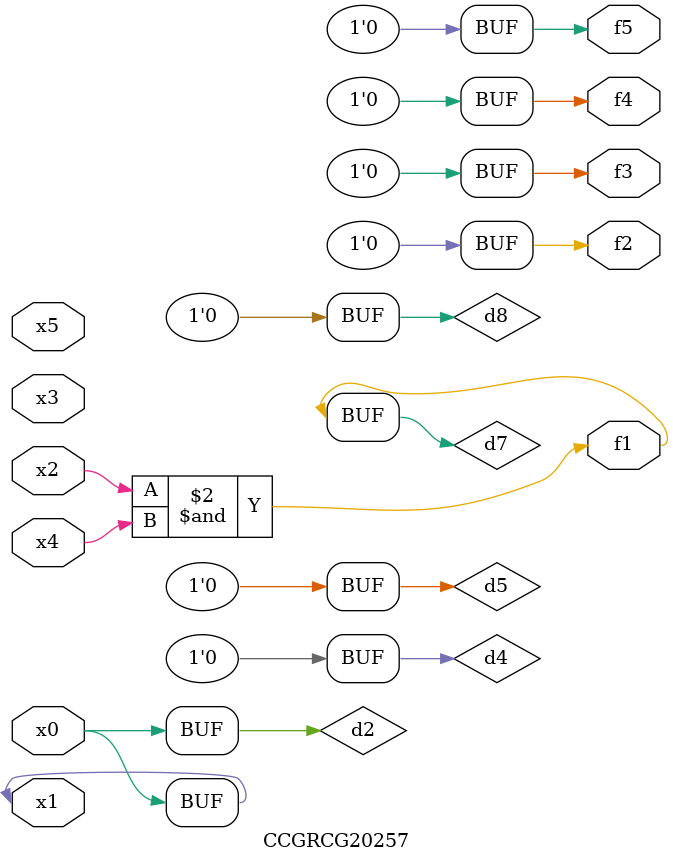
<source format=v>
module CCGRCG20257(
	input x0, x1, x2, x3, x4, x5,
	output f1, f2, f3, f4, f5
);

	wire d1, d2, d3, d4, d5, d6, d7, d8, d9;

	nand (d1, x1);
	buf (d2, x0, x1);
	nand (d3, x2, x4);
	and (d4, d1, d2);
	and (d5, d1, d2);
	nand (d6, d1, d3);
	not (d7, d3);
	xor (d8, d5);
	nor (d9, d5, d6);
	assign f1 = d7;
	assign f2 = d8;
	assign f3 = d8;
	assign f4 = d8;
	assign f5 = d8;
endmodule

</source>
